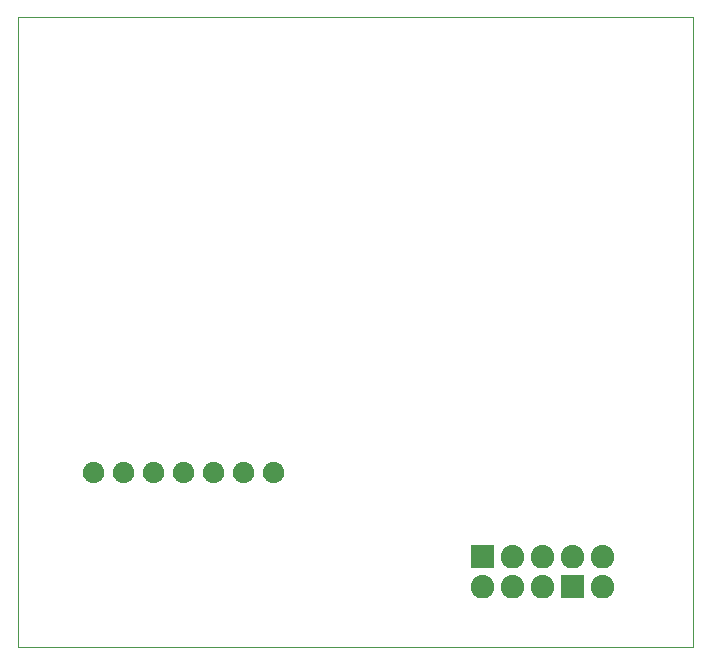
<source format=gbs>
G75*
G71*
%OFA0B0*%
%FSLAX23Y23*%
%IPPOS*%
%LPD*%
%ADD10C,0.1*%
%LPD*%D10*
X0Y0D02*
X0Y100D01*
X0Y200D01*
X0Y300D01*
X0Y400D01*
X0Y499D01*
X0Y599D01*
X0Y699D01*
X0Y799D01*
X0Y899D01*
X0Y999D01*
X0Y1099D01*
X0Y1199D01*
X0Y1299D01*
X0Y1398D01*
X0Y1498D01*
X0Y1598D01*
X0Y1698D01*
X0Y1798D01*
X0Y1898D01*
X0Y1998D01*
X0Y2098D01*
X0Y2198D01*
X0Y2297D01*
X0Y2397D01*
X0Y2497D01*
X0Y2597D01*
X0Y2697D01*
X0Y2797D01*
X0Y2897D01*
X0Y2997D01*
X0Y3097D01*
X0Y3196D01*
X0Y3296D01*
X0Y3396D01*
X0Y3496D01*
X0Y3596D01*
X0Y3696D01*
X0Y3796D01*
X0Y3896D01*
X0Y3995D01*
X0Y4095D01*
X0Y4195D01*
X0Y4295D01*
X0Y4395D01*
X0Y4495D01*
X0Y4595D01*
X0Y4695D01*
X0Y4795D01*
X0Y4894D01*
X0Y4994D01*
X0Y5094D01*
X0Y5194D01*
X0Y5294D01*
X0Y5394D01*
X0Y5494D01*
X0Y5594D01*
X0Y5694D01*
X0Y5793D01*
X0Y5893D01*
X0Y5993D01*
X0Y6093D01*
X0Y6193D01*
X0Y6293D01*
X0Y6393D01*
X0Y6493D01*
X0Y6593D01*
X0Y6692D01*
X0Y6792D01*
X0Y6892D01*
X0Y6992D01*
X0Y7092D01*
X0Y7192D01*
X0Y7292D01*
X0Y7392D01*
X0Y7492D01*
X0Y7591D01*
X0Y7691D01*
X0Y7791D01*
X0Y7891D01*
X0Y7991D01*
X0Y8091D01*
X0Y8191D01*
X0Y8291D01*
X0Y8391D01*
X0Y8490D01*
X0Y8590D01*
X0Y8690D01*
X0Y8790D01*
X0Y8890D01*
X0Y8990D01*
X0Y9090D01*
X0Y9190D01*
X0Y9290D01*
X0Y9389D01*
X0Y9489D01*
X0Y9589D01*
X0Y9689D01*
X0Y9789D01*
X0Y9889D01*
X0Y9989D01*
X0Y10089D01*
X0Y10188D01*
X0Y10288D01*
X0Y10388D01*
X0Y10488D01*
X0Y10588D01*
X0Y10688D01*
X0Y10788D01*
X0Y10888D01*
X0Y10988D01*
X0Y11087D01*
X0Y11187D01*
X0Y11287D01*
X0Y11387D01*
X0Y11487D01*
X0Y11587D01*
X0Y11687D01*
X0Y11787D01*
X0Y11887D01*
X0Y11986D01*
X0Y12086D01*
X0Y12186D01*
X0Y12286D01*
X0Y12386D01*
X0Y12486D01*
X0Y12586D01*
X0Y12686D01*
X0Y12786D01*
X0Y12885D01*
X0Y12985D01*
X0Y13085D01*
X0Y13185D01*
X0Y13285D01*
X0Y13385D01*
X0Y13485D01*
X0Y13585D01*
X0Y13685D01*
X0Y13784D01*
X0Y13884D01*
X0Y13984D01*
X0Y14084D01*
X0Y14184D01*
X0Y14284D01*
X0Y14384D01*
X0Y14484D01*
X0Y14584D01*
X0Y14683D01*
X0Y14783D01*
X0Y14883D01*
X0Y14983D01*
X0Y15083D01*
X0Y15183D01*
X0Y15283D01*
X0Y15383D01*
X0Y15483D01*
X0Y15582D01*
X0Y15682D01*
X0Y15782D01*
X0Y15882D01*
X0Y15982D01*
X0Y16082D01*
X0Y16182D01*
X0Y16282D01*
X0Y16381D01*
X0Y16481D01*
X0Y16581D01*
X0Y16681D01*
X0Y16781D01*
X0Y16881D01*
X0Y16981D01*
X0Y17081D01*
X0Y17181D01*
X0Y17280D01*
X0Y17380D01*
X0Y17480D01*
X0Y17580D01*
X0Y17680D01*
X0Y17780D01*
X0Y17880D01*
X0Y17980D01*
X0Y18080D01*
X0Y18179D01*
X0Y18279D01*
X0Y18379D01*
X0Y18479D01*
X0Y18579D01*
X0Y18679D01*
X0Y18779D01*
X0Y18879D01*
X0Y18979D01*
X0Y19078D01*
X0Y19178D01*
X0Y19278D01*
X0Y19378D01*
X0Y19478D01*
X0Y19578D01*
X0Y19678D01*
X0Y19778D01*
X0Y19878D01*
X0Y19977D01*
X0Y20077D01*
X0Y20177D01*
X0Y20277D01*
X0Y20377D01*
X0Y20477D01*
X0Y20577D01*
X0Y20677D01*
X0Y20777D01*
X0Y20876D01*
X0Y20976D01*
X0Y21076D01*
X0Y21176D01*
X0Y21276D01*
X0Y21376D01*
X0Y21476D01*
X0Y21576D01*
X0Y21676D01*
X0Y21775D01*
X0Y21875D01*
X0Y21975D01*
X0Y22075D01*
X0Y22175D01*
X0Y22275D01*
X0Y22375D01*
X0Y22475D01*
X0Y22575D01*
X0Y22674D01*
X0Y22774D01*
X0Y22874D01*
X0Y22974D01*
X0Y23074D01*
X0Y23174D01*
X0Y23274D01*
X0Y23374D01*
X0Y23473D01*
X0Y23573D01*
X0Y23673D01*
X0Y23773D01*
X0Y23873D01*
X0Y23973D01*
X0Y24073D01*
X0Y24173D01*
X0Y24273D01*
X0Y24372D01*
X0Y24472D01*
X0Y24572D01*
X0Y24672D01*
X0Y24772D01*
X0Y24872D01*
X0Y24972D01*
X0Y25072D01*
X0Y25172D01*
X0Y25271D01*
X0Y25371D01*
X0Y25471D01*
X0Y25571D01*
X0Y25671D01*
X0Y25771D01*
X0Y25871D01*
X0Y25971D01*
X0Y26071D01*
X0Y26170D01*
X0Y26270D01*
X0Y26370D01*
X0Y26470D01*
X0Y26570D01*
X0Y26670D01*
X0Y26770D01*
X0Y26870D01*
X0Y26970D01*
X0Y27069D01*
X0Y27169D01*
X0Y27269D01*
X0Y27369D01*
X0Y27469D01*
X0Y27569D01*
X0Y27669D01*
X0Y27769D01*
X0Y27869D01*
X0Y27968D01*
X0Y28068D01*
X0Y28168D01*
X0Y28268D01*
X0Y28368D01*
X0Y28468D01*
X0Y28568D01*
X0Y28668D01*
X0Y28768D01*
X0Y28867D01*
X0Y28967D01*
X0Y29067D01*
X0Y29167D01*
X0Y29267D01*
X0Y29367D01*
X0Y29467D01*
X0Y29567D01*
X0Y29667D01*
X0Y29766D01*
X0Y29866D01*
X0Y29966D01*
X0Y30066D01*
X0Y30166D01*
X0Y30266D01*
X0Y30366D01*
X0Y30466D01*
X0Y30565D01*
X0Y30665D01*
X0Y30765D01*
X0Y30865D01*
X0Y30965D01*
X0Y31065D01*
X0Y31165D01*
X0Y31265D01*
X0Y31365D01*
X0Y31464D01*
X0Y31564D01*
X0Y31664D01*
X0Y31764D01*
X0Y31864D01*
X0Y31964D01*
X0Y32064D01*
X0Y32164D01*
X0Y32264D01*
X0Y32363D01*
X0Y32463D01*
X0Y32563D01*
X0Y32663D01*
X0Y32763D01*
X0Y32863D01*
X0Y32963D01*
X0Y33063D01*
X0Y33163D01*
X0Y33262D01*
X0Y33362D01*
X0Y33462D01*
X0Y33562D01*
X0Y33662D01*
X0Y33762D01*
X0Y33862D01*
X0Y33962D01*
X0Y34062D01*
X0Y34161D01*
X0Y34261D01*
X0Y34361D01*
X0Y34461D01*
X0Y34561D01*
X0Y34661D01*
X0Y34761D01*
X0Y34861D01*
X0Y34961D01*
X0Y35060D01*
X0Y35160D01*
X0Y35260D01*
X0Y35360D01*
X0Y35460D01*
X0Y35560D01*
X0Y35660D01*
X0Y35760D01*
X0Y35860D01*
X0Y35959D01*
X0Y36059D01*
X0Y36159D01*
X0Y36259D01*
X0Y36359D01*
X0Y36459D01*
X0Y36559D01*
X0Y36659D01*
X0Y36759D01*
X0Y36858D01*
X0Y36958D01*
X0Y37058D01*
X0Y37158D01*
X0Y37258D01*
X0Y37358D01*
X0Y37458D01*
X0Y37558D01*
X0Y37658D01*
X0Y37757D01*
X0Y37857D01*
X0Y37957D01*
X0Y38057D01*
X0Y38157D01*
X0Y38257D01*
X0Y38357D01*
X0Y38457D01*
X0Y38556D01*
X0Y38656D01*
X0Y38756D01*
X0Y38856D01*
X0Y38956D01*
X0Y39056D01*
X0Y39156D01*
X0Y39256D01*
X0Y39356D01*
X0Y39455D01*
X0Y39555D01*
X0Y39655D01*
X0Y39755D01*
X0Y39855D01*
X0Y39955D01*
X0Y40055D01*
X0Y40155D01*
X0Y40255D01*
X0Y40354D01*
X0Y40454D01*
X0Y40554D01*
X0Y40654D01*
X0Y40754D01*
X0Y40854D01*
X0Y40954D01*
X0Y41054D01*
X0Y41154D01*
X0Y41253D01*
X0Y41353D01*
X0Y41453D01*
X0Y41553D01*
X0Y41653D01*
X0Y41753D01*
X0Y41853D01*
X0Y41953D01*
X0Y42053D01*
X0Y42152D01*
X0Y42252D01*
X0Y42352D01*
X0Y42452D01*
X0Y42552D01*
X0Y42652D01*
X0Y42752D01*
X0Y42852D01*
X0Y42952D01*
X0Y43051D01*
X0Y43151D01*
X0Y43251D01*
X0Y43351D01*
X0Y43451D01*
X0Y43551D01*
X0Y43651D01*
X0Y43751D01*
X0Y43851D01*
X0Y43950D01*
X0Y44050D01*
X0Y44150D01*
X0Y44250D01*
X0Y44350D01*
X0Y44450D01*
X0Y44550D01*
X0Y44650D01*
X0Y44750D01*
X0Y44849D01*
X0Y44949D01*
X0Y45049D01*
X0Y45149D01*
X0Y45249D01*
X0Y45349D01*
X0Y45449D01*
X0Y45549D01*
X0Y45649D01*
X0Y45748D01*
X0Y45848D01*
X0Y45948D01*
X0Y46048D01*
X0Y46148D01*
X0Y46248D01*
X0Y46348D01*
X0Y46448D01*
X0Y46548D01*
X0Y46647D01*
X0Y46747D01*
X0Y46847D01*
X0Y46947D01*
X0Y47047D01*
X0Y47147D01*
X0Y47247D01*
X0Y47347D01*
X0Y47447D01*
X0Y47546D01*
X0Y47646D01*
X0Y47746D01*
X0Y47846D01*
X0Y47946D01*
X0Y48046D01*
X0Y48146D01*
X0Y48246D01*
X0Y48346D01*
X0Y48445D01*
X0Y48545D01*
X0Y48645D01*
X0Y48745D01*
X0Y48845D01*
X0Y48945D01*
X0Y49045D01*
X0Y49145D01*
X0Y49244D01*
X0Y49344D01*
X0Y49444D01*
X0Y49544D01*
X0Y49644D01*
X0Y49744D01*
X0Y49844D01*
X0Y49944D01*
X0Y50044D01*
X0Y50143D01*
X0Y50243D01*
X0Y50343D01*
X0Y50443D01*
X0Y50543D01*
X0Y50643D01*
X0Y50743D01*
X0Y50843D01*
X0Y50943D01*
X0Y51043D01*
X0Y51142D01*
X0Y51242D01*
X0Y51342D01*
X0Y51442D01*
X0Y51542D01*
X0Y51642D01*
X0Y51742D01*
X0Y51842D01*
X0Y51942D01*
X0Y52041D01*
X0Y52141D01*
X0Y52241D01*
X0Y52341D01*
X0Y52441D01*
X0Y52541D01*
X0Y52641D01*
X0Y52741D01*
X0Y52841D01*
X0Y52940D01*
X0Y53040D01*
X0Y53140D01*
X0Y53240D01*
X0Y53340D01*
X100Y53340D01*
X200Y53340D01*
X300Y53340D01*
X400Y53340D01*
X500Y53340D01*
X599Y53340D01*
X699Y53340D01*
X799Y53340D01*
X899Y53340D01*
X999Y53340D01*
X1099Y53340D01*
X1199Y53340D01*
X1299Y53340D01*
X1399Y53340D01*
X1499Y53340D01*
X1599Y53340D01*
X1699Y53340D01*
X1798Y53340D01*
X1898Y53340D01*
X1998Y53340D01*
X2098Y53340D01*
X2198Y53340D01*
X2298Y53340D01*
X2398Y53340D01*
X2498Y53340D01*
X2598Y53340D01*
X2698Y53340D01*
X2798Y53340D01*
X2897Y53340D01*
X2997Y53340D01*
X3097Y53340D01*
X3197Y53340D01*
X3297Y53340D01*
X3397Y53340D01*
X3497Y53340D01*
X3597Y53340D01*
X3697Y53340D01*
X3797Y53340D01*
X3897Y53340D01*
X3996Y53340D01*
X4096Y53340D01*
X4196Y53340D01*
X4296Y53340D01*
X4396Y53340D01*
X4496Y53340D01*
X4596Y53340D01*
X4696Y53340D01*
X4796Y53340D01*
X4896Y53340D01*
X4996Y53340D01*
X5096Y53340D01*
X5195Y53340D01*
X5295Y53340D01*
X5395Y53340D01*
X5495Y53340D01*
X5595Y53340D01*
X5695Y53340D01*
X5795Y53340D01*
X5895Y53340D01*
X5995Y53340D01*
X6095Y53340D01*
X6195Y53340D01*
X6294Y53340D01*
X6394Y53340D01*
X6494Y53340D01*
X6594Y53340D01*
X6694Y53340D01*
X6794Y53340D01*
X6894Y53340D01*
X6994Y53340D01*
X7094Y53340D01*
X7194Y53340D01*
X7294Y53340D01*
X7393Y53340D01*
X7493Y53340D01*
X7593Y53340D01*
X7693Y53340D01*
X7793Y53340D01*
X7893Y53340D01*
X7993Y53340D01*
X8093Y53340D01*
X8193Y53340D01*
X8293Y53340D01*
X8393Y53340D01*
X8493Y53340D01*
X8592Y53340D01*
X8692Y53340D01*
X8792Y53340D01*
X8892Y53340D01*
X8992Y53340D01*
X9092Y53340D01*
X9192Y53340D01*
X9292Y53340D01*
X9392Y53340D01*
X9492Y53340D01*
X9592Y53340D01*
X9691Y53340D01*
X9791Y53340D01*
X9891Y53340D01*
X9991Y53340D01*
X10091Y53340D01*
X10191Y53340D01*
X10291Y53340D01*
X10391Y53340D01*
X10491Y53340D01*
X10591Y53340D01*
X10691Y53340D01*
X10791Y53340D01*
X10890Y53340D01*
X10990Y53340D01*
X11090Y53340D01*
X11190Y53340D01*
X11290Y53340D01*
X11390Y53340D01*
X11490Y53340D01*
X11590Y53340D01*
X11690Y53340D01*
X11790Y53340D01*
X11890Y53340D01*
X11989Y53340D01*
X12089Y53340D01*
X12189Y53340D01*
X12289Y53340D01*
X12389Y53340D01*
X12489Y53340D01*
X12589Y53340D01*
X12689Y53340D01*
X12789Y53340D01*
X12889Y53340D01*
X12989Y53340D01*
X13088Y53340D01*
X13188Y53340D01*
X13288Y53340D01*
X13388Y53340D01*
X13488Y53340D01*
X13588Y53340D01*
X13688Y53340D01*
X13788Y53340D01*
X13888Y53340D01*
X13988Y53340D01*
X14088Y53340D01*
X14188Y53340D01*
X14287Y53340D01*
X14387Y53340D01*
X14487Y53340D01*
X14587Y53340D01*
X14687Y53340D01*
X14787Y53340D01*
X14887Y53340D01*
X14987Y53340D01*
X15087Y53340D01*
X15187Y53340D01*
X15287Y53340D01*
X15386Y53340D01*
X15486Y53340D01*
X15586Y53340D01*
X15686Y53340D01*
X15786Y53340D01*
X15886Y53340D01*
X15986Y53340D01*
X16086Y53340D01*
X16186Y53340D01*
X16286Y53340D01*
X16386Y53340D01*
X16485Y53340D01*
X16585Y53340D01*
X16685Y53340D01*
X16785Y53340D01*
X16885Y53340D01*
X16985Y53340D01*
X17085Y53340D01*
X17185Y53340D01*
X17285Y53340D01*
X17385Y53340D01*
X17485Y53340D01*
X17585Y53340D01*
X17684Y53340D01*
X17784Y53340D01*
X17884Y53340D01*
X17984Y53340D01*
X18084Y53340D01*
X18184Y53340D01*
X18284Y53340D01*
X18384Y53340D01*
X18484Y53340D01*
X18584Y53340D01*
X18684Y53340D01*
X18783Y53340D01*
X18883Y53340D01*
X18983Y53340D01*
X19083Y53340D01*
X19183Y53340D01*
X19283Y53340D01*
X19383Y53340D01*
X19483Y53340D01*
X19583Y53340D01*
X19683Y53340D01*
X19783Y53340D01*
X19883Y53340D01*
X19982Y53340D01*
X20082Y53340D01*
X20182Y53340D01*
X20282Y53340D01*
X20382Y53340D01*
X20482Y53340D01*
X20582Y53340D01*
X20682Y53340D01*
X20782Y53340D01*
X20882Y53340D01*
X20982Y53340D01*
X21081Y53340D01*
X21181Y53340D01*
X21281Y53340D01*
X21381Y53340D01*
X21481Y53340D01*
X21581Y53340D01*
X21681Y53340D01*
X21781Y53340D01*
X21881Y53340D01*
X21981Y53340D01*
X22081Y53340D01*
X22180Y53340D01*
X22280Y53340D01*
X22380Y53340D01*
X22480Y53340D01*
X22580Y53340D01*
X22680Y53340D01*
X22780Y53340D01*
X22880Y53340D01*
X22980Y53340D01*
X23080Y53340D01*
X23180Y53340D01*
X23280Y53340D01*
X23379Y53340D01*
X23479Y53340D01*
X23579Y53340D01*
X23679Y53340D01*
X23779Y53340D01*
X23879Y53340D01*
X23979Y53340D01*
X24079Y53340D01*
X24179Y53340D01*
X24279Y53340D01*
X24379Y53340D01*
X24478Y53340D01*
X24578Y53340D01*
X24678Y53340D01*
X24778Y53340D01*
X24878Y53340D01*
X24978Y53340D01*
X25078Y53340D01*
X25178Y53340D01*
X25278Y53340D01*
X25378Y53340D01*
X25478Y53340D01*
X25578Y53340D01*
X25677Y53340D01*
X25777Y53340D01*
X25877Y53340D01*
X25977Y53340D01*
X26077Y53340D01*
X26177Y53340D01*
X26277Y53340D01*
X26377Y53340D01*
X26477Y53340D01*
X26577Y53340D01*
X26677Y53340D01*
X26776Y53340D01*
X26876Y53340D01*
X26976Y53340D01*
X27076Y53340D01*
X27176Y53340D01*
X27276Y53340D01*
X27376Y53340D01*
X27476Y53340D01*
X27576Y53340D01*
X27676Y53340D01*
X27776Y53340D01*
X27875Y53340D01*
X27975Y53340D01*
X28075Y53340D01*
X28175Y53340D01*
X28275Y53340D01*
X28375Y53340D01*
X28475Y53340D01*
X28575Y53340D01*
X28675Y53340D01*
X28775Y53340D01*
X28875Y53340D01*
X28975Y53340D01*
X29074Y53340D01*
X29174Y53340D01*
X29274Y53340D01*
X29374Y53340D01*
X29474Y53340D01*
X29574Y53340D01*
X29674Y53340D01*
X29774Y53340D01*
X29874Y53340D01*
X29974Y53340D01*
X30074Y53340D01*
X30173Y53340D01*
X30273Y53340D01*
X30373Y53340D01*
X30473Y53340D01*
X30573Y53340D01*
X30673Y53340D01*
X30773Y53340D01*
X30873Y53340D01*
X30973Y53340D01*
X31073Y53340D01*
X31173Y53340D01*
X31273Y53340D01*
X31372Y53340D01*
X31472Y53340D01*
X31572Y53340D01*
X31672Y53340D01*
X31772Y53340D01*
X31872Y53340D01*
X31972Y53340D01*
X32072Y53340D01*
X32172Y53340D01*
X32272Y53340D01*
X32372Y53340D01*
X32471Y53340D01*
X32571Y53340D01*
X32671Y53340D01*
X32771Y53340D01*
X32871Y53340D01*
X32971Y53340D01*
X33071Y53340D01*
X33171Y53340D01*
X33271Y53340D01*
X33371Y53340D01*
X33471Y53340D01*
X33571Y53340D01*
X33670Y53340D01*
X33770Y53340D01*
X33870Y53340D01*
X33970Y53340D01*
X34070Y53340D01*
X34170Y53340D01*
X34270Y53340D01*
X34370Y53340D01*
X34470Y53340D01*
X34570Y53340D01*
X34670Y53340D01*
X34769Y53340D01*
X34869Y53340D01*
X34969Y53340D01*
X35069Y53340D01*
X35169Y53340D01*
X35269Y53340D01*
X35369Y53340D01*
X35469Y53340D01*
X35569Y53340D01*
X35669Y53340D01*
X35769Y53340D01*
X35868Y53340D01*
X35968Y53340D01*
X36068Y53340D01*
X36168Y53340D01*
X36268Y53340D01*
X36368Y53340D01*
X36468Y53340D01*
X36568Y53340D01*
X36668Y53340D01*
X36768Y53340D01*
X36868Y53340D01*
X36968Y53340D01*
X37067Y53340D01*
X37167Y53340D01*
X37267Y53340D01*
X37367Y53340D01*
X37467Y53340D01*
X37567Y53340D01*
X37667Y53340D01*
X37767Y53340D01*
X37867Y53340D01*
X37967Y53340D01*
X38067Y53340D01*
X38166Y53340D01*
X38266Y53340D01*
X38366Y53340D01*
X38466Y53340D01*
X38566Y53340D01*
X38666Y53340D01*
X38766Y53340D01*
X38866Y53340D01*
X38966Y53340D01*
X39066Y53340D01*
X39166Y53340D01*
X39265Y53340D01*
X39365Y53340D01*
X39465Y53340D01*
X39565Y53340D01*
X39665Y53340D01*
X39765Y53340D01*
X39865Y53340D01*
X39965Y53340D01*
X40065Y53340D01*
X40165Y53340D01*
X40265Y53340D01*
X40365Y53340D01*
X40464Y53340D01*
X40564Y53340D01*
X40664Y53340D01*
X40764Y53340D01*
X40864Y53340D01*
X40964Y53340D01*
X41064Y53340D01*
X41164Y53340D01*
X41264Y53340D01*
X41364Y53340D01*
X41464Y53340D01*
X41563Y53340D01*
X41663Y53340D01*
X41763Y53340D01*
X41863Y53340D01*
X41963Y53340D01*
X42063Y53340D01*
X42163Y53340D01*
X42263Y53340D01*
X42363Y53340D01*
X42463Y53340D01*
X42563Y53340D01*
X42663Y53340D01*
X42762Y53340D01*
X42862Y53340D01*
X42962Y53340D01*
X43062Y53340D01*
X43162Y53340D01*
X43262Y53340D01*
X43362Y53340D01*
X43462Y53340D01*
X43562Y53340D01*
X43662Y53340D01*
X43762Y53340D01*
X43861Y53340D01*
X43961Y53340D01*
X44061Y53340D01*
X44161Y53340D01*
X44261Y53340D01*
X44361Y53340D01*
X44461Y53340D01*
X44561Y53340D01*
X44661Y53340D01*
X44761Y53340D01*
X44861Y53340D01*
X44961Y53340D01*
X45060Y53340D01*
X45160Y53340D01*
X45260Y53340D01*
X45360Y53340D01*
X45460Y53340D01*
X45560Y53340D01*
X45660Y53340D01*
X45760Y53340D01*
X45860Y53340D01*
X45960Y53340D01*
X46060Y53340D01*
X46159Y53340D01*
X46259Y53340D01*
X46359Y53340D01*
X46459Y53340D01*
X46559Y53340D01*
X46659Y53340D01*
X46759Y53340D01*
X46859Y53340D01*
X46959Y53340D01*
X47059Y53340D01*
X47159Y53340D01*
X47259Y53340D01*
X47358Y53340D01*
X47458Y53340D01*
X47558Y53340D01*
X47658Y53340D01*
X47758Y53340D01*
X47858Y53340D01*
X47958Y53340D01*
X48058Y53340D01*
X48158Y53340D01*
X48258Y53340D01*
X48358Y53340D01*
X48457Y53340D01*
X48557Y53340D01*
X48657Y53340D01*
X48757Y53340D01*
X48857Y53340D01*
X48957Y53340D01*
X49057Y53340D01*
X49157Y53340D01*
X49257Y53340D01*
X49357Y53340D01*
X49457Y53340D01*
X49557Y53340D01*
X49656Y53340D01*
X49756Y53340D01*
X49856Y53340D01*
X49956Y53340D01*
X50056Y53340D01*
X50156Y53340D01*
X50256Y53340D01*
X50356Y53340D01*
X50456Y53340D01*
X50556Y53340D01*
X50656Y53340D01*
X50755Y53340D01*
X50855Y53340D01*
X50955Y53340D01*
X51055Y53340D01*
X51155Y53340D01*
X51255Y53340D01*
X51355Y53340D01*
X51455Y53340D01*
X51555Y53340D01*
X51655Y53340D01*
X51755Y53340D01*
X51855Y53340D01*
X51954Y53340D01*
X52054Y53340D01*
X52154Y53340D01*
X52254Y53340D01*
X52354Y53340D01*
X52454Y53340D01*
X52554Y53340D01*
X52654Y53340D01*
X52754Y53340D01*
X52854Y53340D01*
X52954Y53340D01*
X53053Y53340D01*
X53153Y53340D01*
X53253Y53340D01*
X53353Y53340D01*
X53453Y53340D01*
X53553Y53340D01*
X53653Y53340D01*
X53753Y53340D01*
X53853Y53340D01*
X53953Y53340D01*
X54053Y53340D01*
X54153Y53340D01*
X54252Y53340D01*
X54352Y53340D01*
X54452Y53340D01*
X54552Y53340D01*
X54652Y53340D01*
X54752Y53340D01*
X54852Y53340D01*
X54952Y53340D01*
X55052Y53340D01*
X55152Y53340D01*
X55252Y53340D01*
X55351Y53340D01*
X55451Y53340D01*
X55551Y53340D01*
X55651Y53340D01*
X55751Y53340D01*
X55851Y53340D01*
X55951Y53340D01*
X56051Y53340D01*
X56151Y53340D01*
X56251Y53340D01*
X56351Y53340D01*
X56451Y53340D01*
X56550Y53340D01*
X56650Y53340D01*
X56750Y53340D01*
X56850Y53340D01*
X56950Y53340D01*
X57050Y53340D01*
X57150Y53340D01*
X57150Y53240D01*
X57150Y53140D01*
X57150Y53040D01*
X57150Y52940D01*
X57150Y52841D01*
X57150Y52741D01*
X57150Y52641D01*
X57150Y52541D01*
X57150Y52441D01*
X57150Y52341D01*
X57150Y52241D01*
X57150Y52141D01*
X57150Y52041D01*
X57150Y51942D01*
X57150Y51842D01*
X57150Y51742D01*
X57150Y51642D01*
X57150Y51542D01*
X57150Y51442D01*
X57150Y51342D01*
X57150Y51242D01*
X57150Y51142D01*
X57150Y51043D01*
X57150Y50943D01*
X57150Y50843D01*
X57150Y50743D01*
X57150Y50643D01*
X57150Y50543D01*
X57150Y50443D01*
X57150Y50343D01*
X57150Y50243D01*
X57150Y50144D01*
X57150Y50044D01*
X57150Y49944D01*
X57150Y49844D01*
X57150Y49744D01*
X57150Y49644D01*
X57150Y49544D01*
X57150Y49444D01*
X57150Y49345D01*
X57150Y49245D01*
X57150Y49145D01*
X57150Y49045D01*
X57150Y48945D01*
X57150Y48845D01*
X57150Y48745D01*
X57150Y48645D01*
X57150Y48545D01*
X57150Y48446D01*
X57150Y48346D01*
X57150Y48246D01*
X57150Y48146D01*
X57150Y48046D01*
X57150Y47946D01*
X57150Y47846D01*
X57150Y47746D01*
X57150Y47646D01*
X57150Y47547D01*
X57150Y47447D01*
X57150Y47347D01*
X57150Y47247D01*
X57150Y47147D01*
X57150Y47047D01*
X57150Y46947D01*
X57150Y46847D01*
X57150Y46747D01*
X57150Y46648D01*
X57150Y46548D01*
X57150Y46448D01*
X57150Y46348D01*
X57150Y46248D01*
X57150Y46148D01*
X57150Y46048D01*
X57150Y45948D01*
X57150Y45848D01*
X57150Y45749D01*
X57150Y45649D01*
X57150Y45549D01*
X57150Y45449D01*
X57150Y45349D01*
X57150Y45249D01*
X57150Y45149D01*
X57150Y45049D01*
X57150Y44949D01*
X57150Y44850D01*
X57150Y44750D01*
X57150Y44650D01*
X57150Y44550D01*
X57150Y44450D01*
X57150Y44350D01*
X57150Y44250D01*
X57150Y44150D01*
X57150Y44050D01*
X57150Y43951D01*
X57150Y43851D01*
X57150Y43751D01*
X57150Y43651D01*
X57150Y43551D01*
X57150Y43451D01*
X57150Y43351D01*
X57150Y43251D01*
X57150Y43152D01*
X57150Y43052D01*
X57150Y42952D01*
X57150Y42852D01*
X57150Y42752D01*
X57150Y42652D01*
X57150Y42552D01*
X57150Y42452D01*
X57150Y42352D01*
X57150Y42253D01*
X57150Y42153D01*
X57150Y42053D01*
X57150Y41953D01*
X57150Y41853D01*
X57150Y41753D01*
X57150Y41653D01*
X57150Y41553D01*
X57150Y41453D01*
X57150Y41354D01*
X57150Y41254D01*
X57150Y41154D01*
X57150Y41054D01*
X57150Y40954D01*
X57150Y40854D01*
X57150Y40754D01*
X57150Y40654D01*
X57150Y40554D01*
X57150Y40455D01*
X57150Y40355D01*
X57150Y40255D01*
X57150Y40155D01*
X57150Y40055D01*
X57150Y39955D01*
X57150Y39855D01*
X57150Y39755D01*
X57150Y39655D01*
X57150Y39556D01*
X57150Y39456D01*
X57150Y39356D01*
X57150Y39256D01*
X57150Y39156D01*
X57150Y39056D01*
X57150Y38956D01*
X57150Y38856D01*
X57150Y38756D01*
X57150Y38657D01*
X57150Y38557D01*
X57150Y38457D01*
X57150Y38357D01*
X57150Y38257D01*
X57150Y38157D01*
X57150Y38057D01*
X57150Y37957D01*
X57150Y37857D01*
X57150Y37758D01*
X57150Y37658D01*
X57150Y37558D01*
X57150Y37458D01*
X57150Y37358D01*
X57150Y37258D01*
X57150Y37158D01*
X57150Y37058D01*
X57150Y36959D01*
X57150Y36859D01*
X57150Y36759D01*
X57150Y36659D01*
X57150Y36559D01*
X57150Y36459D01*
X57150Y36359D01*
X57150Y36259D01*
X57150Y36159D01*
X57150Y36060D01*
X57150Y35960D01*
X57150Y35860D01*
X57150Y35760D01*
X57150Y35660D01*
X57150Y35560D01*
X57150Y35460D01*
X57150Y35360D01*
X57150Y35260D01*
X57150Y35161D01*
X57150Y35061D01*
X57150Y34961D01*
X57150Y34861D01*
X57150Y34761D01*
X57150Y34661D01*
X57150Y34561D01*
X57150Y34461D01*
X57150Y34361D01*
X57150Y34262D01*
X57150Y34162D01*
X57150Y34062D01*
X57150Y33962D01*
X57150Y33862D01*
X57150Y33762D01*
X57150Y33662D01*
X57150Y33562D01*
X57150Y33462D01*
X57150Y33363D01*
X57150Y33263D01*
X57150Y33163D01*
X57150Y33063D01*
X57150Y32963D01*
X57150Y32863D01*
X57150Y32763D01*
X57150Y32663D01*
X57150Y32563D01*
X57150Y32464D01*
X57150Y32364D01*
X57150Y32264D01*
X57150Y32164D01*
X57150Y32064D01*
X57150Y31964D01*
X57150Y31864D01*
X57150Y31764D01*
X57150Y31664D01*
X57150Y31565D01*
X57150Y31465D01*
X57150Y31365D01*
X57150Y31265D01*
X57150Y31165D01*
X57150Y31065D01*
X57150Y30965D01*
X57150Y30865D01*
X57150Y30765D01*
X57150Y30666D01*
X57150Y30566D01*
X57150Y30466D01*
X57150Y30366D01*
X57150Y30266D01*
X57150Y30166D01*
X57150Y30066D01*
X57150Y29966D01*
X57150Y29867D01*
X57150Y29767D01*
X57150Y29667D01*
X57150Y29567D01*
X57150Y29467D01*
X57150Y29367D01*
X57150Y29267D01*
X57150Y29167D01*
X57150Y29067D01*
X57150Y28968D01*
X57150Y28868D01*
X57150Y28768D01*
X57150Y28668D01*
X57150Y28568D01*
X57150Y28468D01*
X57150Y28368D01*
X57150Y28268D01*
X57150Y28168D01*
X57150Y28069D01*
X57150Y27969D01*
X57150Y27869D01*
X57150Y27769D01*
X57150Y27669D01*
X57150Y27569D01*
X57150Y27469D01*
X57150Y27369D01*
X57150Y27269D01*
X57150Y27170D01*
X57150Y27070D01*
X57150Y26970D01*
X57150Y26870D01*
X57150Y26770D01*
X57150Y26670D01*
X57150Y26570D01*
X57150Y26470D01*
X57150Y26370D01*
X57150Y26271D01*
X57150Y26171D01*
X57150Y26071D01*
X57150Y25971D01*
X57150Y25871D01*
X57150Y25771D01*
X57150Y25671D01*
X57150Y25571D01*
X57150Y25471D01*
X57150Y25372D01*
X57150Y25272D01*
X57150Y25172D01*
X57150Y25072D01*
X57150Y24972D01*
X57150Y24872D01*
X57150Y24772D01*
X57150Y24672D01*
X57150Y24572D01*
X57150Y24473D01*
X57150Y24373D01*
X57150Y24273D01*
X57150Y24173D01*
X57150Y24073D01*
X57150Y23973D01*
X57150Y23873D01*
X57150Y23773D01*
X57150Y23673D01*
X57150Y23574D01*
X57150Y23474D01*
X57150Y23374D01*
X57150Y23274D01*
X57150Y23174D01*
X57150Y23074D01*
X57150Y22974D01*
X57150Y22874D01*
X57150Y22775D01*
X57150Y22675D01*
X57150Y22575D01*
X57150Y22475D01*
X57150Y22375D01*
X57150Y22275D01*
X57150Y22175D01*
X57150Y22075D01*
X57150Y21975D01*
X57150Y21876D01*
X57150Y21776D01*
X57150Y21676D01*
X57150Y21576D01*
X57150Y21476D01*
X57150Y21376D01*
X57150Y21276D01*
X57150Y21176D01*
X57150Y21076D01*
X57150Y20977D01*
X57150Y20877D01*
X57150Y20777D01*
X57150Y20677D01*
X57150Y20577D01*
X57150Y20477D01*
X57150Y20377D01*
X57150Y20277D01*
X57150Y20177D01*
X57150Y20078D01*
X57150Y19978D01*
X57150Y19878D01*
X57150Y19778D01*
X57150Y19678D01*
X57150Y19578D01*
X57150Y19478D01*
X57150Y19378D01*
X57150Y19278D01*
X57150Y19179D01*
X57150Y19079D01*
X57150Y18979D01*
X57150Y18879D01*
X57150Y18779D01*
X57150Y18679D01*
X57150Y18579D01*
X57150Y18479D01*
X57150Y18379D01*
X57150Y18280D01*
X57150Y18180D01*
X57150Y18080D01*
X57150Y17980D01*
X57150Y17880D01*
X57150Y17780D01*
X57150Y17680D01*
X57150Y17580D01*
X57150Y17480D01*
X57150Y17381D01*
X57150Y17281D01*
X57150Y17181D01*
X57150Y17081D01*
X57150Y16981D01*
X57150Y16881D01*
X57150Y16781D01*
X57150Y16681D01*
X57150Y16581D01*
X57150Y16482D01*
X57150Y16382D01*
X57150Y16282D01*
X57150Y16182D01*
X57150Y16082D01*
X57150Y15982D01*
X57150Y15882D01*
X57150Y15782D01*
X57150Y15682D01*
X57150Y15583D01*
X57150Y15483D01*
X57150Y15383D01*
X57150Y15283D01*
X57150Y15183D01*
X57150Y15083D01*
X57150Y14983D01*
X57150Y14883D01*
X57150Y14784D01*
X57150Y14684D01*
X57150Y14584D01*
X57150Y14484D01*
X57150Y14384D01*
X57150Y14284D01*
X57150Y14184D01*
X57150Y14084D01*
X57150Y13984D01*
X57150Y13885D01*
X57150Y13785D01*
X57150Y13685D01*
X57150Y13585D01*
X57150Y13485D01*
X57150Y13385D01*
X57150Y13285D01*
X57150Y13185D01*
X57150Y13085D01*
X57150Y12986D01*
X57150Y12886D01*
X57150Y12786D01*
X57150Y12686D01*
X57150Y12586D01*
X57150Y12486D01*
X57150Y12386D01*
X57150Y12286D01*
X57150Y12186D01*
X57150Y12087D01*
X57150Y11987D01*
X57150Y11887D01*
X57150Y11787D01*
X57150Y11687D01*
X57150Y11587D01*
X57150Y11487D01*
X57150Y11387D01*
X57150Y11287D01*
X57150Y11188D01*
X57150Y11088D01*
X57150Y10988D01*
X57150Y10888D01*
X57150Y10788D01*
X57150Y10688D01*
X57150Y10588D01*
X57150Y10488D01*
X57150Y10388D01*
X57150Y10289D01*
X57150Y10189D01*
X57150Y10089D01*
X57150Y9989D01*
X57150Y9889D01*
X57150Y9789D01*
X57150Y9689D01*
X57150Y9589D01*
X57150Y9489D01*
X57150Y9390D01*
X57150Y9290D01*
X57150Y9190D01*
X57150Y9090D01*
X57150Y8990D01*
X57150Y8890D01*
X57150Y8790D01*
X57150Y8690D01*
X57150Y8590D01*
X57150Y8491D01*
X57150Y8391D01*
X57150Y8291D01*
X57150Y8191D01*
X57150Y8091D01*
X57150Y7991D01*
X57150Y7891D01*
X57150Y7791D01*
X57150Y7691D01*
X57150Y7592D01*
X57150Y7492D01*
X57150Y7392D01*
X57150Y7292D01*
X57150Y7192D01*
X57150Y7092D01*
X57150Y6992D01*
X57150Y6892D01*
X57150Y6792D01*
X57150Y6693D01*
X57150Y6593D01*
X57150Y6493D01*
X57150Y6393D01*
X57150Y6293D01*
X57150Y6193D01*
X57150Y6093D01*
X57150Y5993D01*
X57150Y5893D01*
X57150Y5794D01*
X57150Y5694D01*
X57150Y5594D01*
X57150Y5494D01*
X57150Y5394D01*
X57150Y5294D01*
X57150Y5194D01*
X57150Y5094D01*
X57150Y4994D01*
X57150Y4895D01*
X57150Y4795D01*
X57150Y4695D01*
X57150Y4595D01*
X57150Y4495D01*
X57150Y4395D01*
X57150Y4295D01*
X57150Y4195D01*
X57150Y4096D01*
X57150Y3996D01*
X57150Y3896D01*
X57150Y3796D01*
X57150Y3696D01*
X57150Y3596D01*
X57150Y3496D01*
X57150Y3396D01*
X57150Y3296D01*
X57150Y3197D01*
X57150Y3097D01*
X57150Y2997D01*
X57150Y2897D01*
X57150Y2797D01*
X57150Y2697D01*
X57150Y2597D01*
X57150Y2497D01*
X57150Y2397D01*
X57150Y2297D01*
X57150Y2198D01*
X57150Y2098D01*
X57150Y1998D01*
X57150Y1898D01*
X57150Y1798D01*
X57150Y1698D01*
X57150Y1598D01*
X57150Y1498D01*
X57150Y1398D01*
X57150Y1299D01*
X57150Y1199D01*
X57150Y1099D01*
X57150Y999D01*
X57150Y899D01*
X57150Y799D01*
X57150Y699D01*
X57150Y599D01*
X57150Y499D01*
X57150Y400D01*
X57150Y300D01*
X57150Y200D01*
X57150Y100D01*
X57150Y0D01*
X57050Y0D01*
X56950Y0D01*
X56850Y0D01*
X56750Y0D01*
X56650Y0D01*
X56551Y0D01*
X56451Y0D01*
X56351Y0D01*
X56251Y0D01*
X56151Y0D01*
X56051Y0D01*
X55951Y0D01*
X55851Y0D01*
X55751Y0D01*
X55651Y0D01*
X55551Y0D01*
X55451Y0D01*
X55352Y0D01*
X55252Y0D01*
X55152Y0D01*
X55052Y0D01*
X54952Y0D01*
X54852Y0D01*
X54752Y0D01*
X54652Y0D01*
X54552Y0D01*
X54452Y0D01*
X54352Y0D01*
X54253Y0D01*
X54153Y0D01*
X54053Y0D01*
X53953Y0D01*
X53853Y0D01*
X53753Y0D01*
X53653Y0D01*
X53553Y0D01*
X53453Y0D01*
X53353Y0D01*
X53253Y0D01*
X53154Y0D01*
X53054Y0D01*
X52954Y0D01*
X52854Y0D01*
X52754Y0D01*
X52654Y0D01*
X52554Y0D01*
X52454Y0D01*
X52354Y0D01*
X52254Y0D01*
X52154Y0D01*
X52054Y0D01*
X51955Y0D01*
X51855Y0D01*
X51755Y0D01*
X51655Y0D01*
X51555Y0D01*
X51455Y0D01*
X51355Y0D01*
X51255Y0D01*
X51155Y0D01*
X51055Y0D01*
X50955Y0D01*
X50856Y0D01*
X50756Y0D01*
X50656Y0D01*
X50556Y0D01*
X50456Y0D01*
X50356Y0D01*
X50256Y0D01*
X50156Y0D01*
X50056Y0D01*
X49956Y0D01*
X49856Y0D01*
X49757Y0D01*
X49657Y0D01*
X49557Y0D01*
X49457Y0D01*
X49357Y0D01*
X49257Y0D01*
X49157Y0D01*
X49057Y0D01*
X48957Y0D01*
X48857Y0D01*
X48757Y0D01*
X48657Y0D01*
X48558Y0D01*
X48458Y0D01*
X48358Y0D01*
X48258Y0D01*
X48158Y0D01*
X48058Y0D01*
X47958Y0D01*
X47858Y0D01*
X47758Y0D01*
X47658Y0D01*
X47558Y0D01*
X47459Y0D01*
X47359Y0D01*
X47259Y0D01*
X47159Y0D01*
X47059Y0D01*
X46959Y0D01*
X46859Y0D01*
X46759Y0D01*
X46659Y0D01*
X46559Y0D01*
X46459Y0D01*
X46359Y0D01*
X46260Y0D01*
X46160Y0D01*
X46060Y0D01*
X45960Y0D01*
X45860Y0D01*
X45760Y0D01*
X45660Y0D01*
X45560Y0D01*
X45460Y0D01*
X45360Y0D01*
X45260Y0D01*
X45161Y0D01*
X45061Y0D01*
X44961Y0D01*
X44861Y0D01*
X44761Y0D01*
X44661Y0D01*
X44561Y0D01*
X44461Y0D01*
X44361Y0D01*
X44261Y0D01*
X44161Y0D01*
X44062Y0D01*
X43962Y0D01*
X43862Y0D01*
X43762Y0D01*
X43662Y0D01*
X43562Y0D01*
X43462Y0D01*
X43362Y0D01*
X43262Y0D01*
X43162Y0D01*
X43062Y0D01*
X42962Y0D01*
X42863Y0D01*
X42763Y0D01*
X42663Y0D01*
X42563Y0D01*
X42463Y0D01*
X42363Y0D01*
X42263Y0D01*
X42163Y0D01*
X42063Y0D01*
X41963Y0D01*
X41863Y0D01*
X41764Y0D01*
X41664Y0D01*
X41564Y0D01*
X41464Y0D01*
X41364Y0D01*
X41264Y0D01*
X41164Y0D01*
X41064Y0D01*
X40964Y0D01*
X40864Y0D01*
X40764Y0D01*
X40665Y0D01*
X40565Y0D01*
X40465Y0D01*
X40365Y0D01*
X40265Y0D01*
X40165Y0D01*
X40065Y0D01*
X39965Y0D01*
X39865Y0D01*
X39765Y0D01*
X39665Y0D01*
X39565Y0D01*
X39466Y0D01*
X39366Y0D01*
X39266Y0D01*
X39166Y0D01*
X39066Y0D01*
X38966Y0D01*
X38866Y0D01*
X38766Y0D01*
X38666Y0D01*
X38566Y0D01*
X38466Y0D01*
X38367Y0D01*
X38267Y0D01*
X38167Y0D01*
X38067Y0D01*
X37967Y0D01*
X37867Y0D01*
X37767Y0D01*
X37667Y0D01*
X37567Y0D01*
X37467Y0D01*
X37367Y0D01*
X37267Y0D01*
X37168Y0D01*
X37068Y0D01*
X36968Y0D01*
X36868Y0D01*
X36768Y0D01*
X36668Y0D01*
X36568Y0D01*
X36468Y0D01*
X36368Y0D01*
X36268Y0D01*
X36168Y0D01*
X36069Y0D01*
X35969Y0D01*
X35869Y0D01*
X35769Y0D01*
X35669Y0D01*
X35569Y0D01*
X35469Y0D01*
X35369Y0D01*
X35269Y0D01*
X35169Y0D01*
X35069Y0D01*
X34970Y0D01*
X34870Y0D01*
X34770Y0D01*
X34670Y0D01*
X34570Y0D01*
X34470Y0D01*
X34370Y0D01*
X34270Y0D01*
X34170Y0D01*
X34070Y0D01*
X33970Y0D01*
X33870Y0D01*
X33771Y0D01*
X33671Y0D01*
X33571Y0D01*
X33471Y0D01*
X33371Y0D01*
X33271Y0D01*
X33171Y0D01*
X33071Y0D01*
X32971Y0D01*
X32871Y0D01*
X32771Y0D01*
X32672Y0D01*
X32572Y0D01*
X32472Y0D01*
X32372Y0D01*
X32272Y0D01*
X32172Y0D01*
X32072Y0D01*
X31972Y0D01*
X31872Y0D01*
X31772Y0D01*
X31672Y0D01*
X31572Y0D01*
X31473Y0D01*
X31373Y0D01*
X31273Y0D01*
X31173Y0D01*
X31073Y0D01*
X30973Y0D01*
X30873Y0D01*
X30773Y0D01*
X30673Y0D01*
X30573Y0D01*
X30473Y0D01*
X30374Y0D01*
X30274Y0D01*
X30174Y0D01*
X30074Y0D01*
X29974Y0D01*
X29874Y0D01*
X29774Y0D01*
X29674Y0D01*
X29574Y0D01*
X29474Y0D01*
X29374Y0D01*
X29275Y0D01*
X29175Y0D01*
X29075Y0D01*
X28975Y0D01*
X28875Y0D01*
X28775Y0D01*
X28675Y0D01*
X28575Y0D01*
X28475Y0D01*
X28375Y0D01*
X28275Y0D01*
X28175Y0D01*
X28076Y0D01*
X27976Y0D01*
X27876Y0D01*
X27776Y0D01*
X27676Y0D01*
X27576Y0D01*
X27476Y0D01*
X27376Y0D01*
X27276Y0D01*
X27176Y0D01*
X27076Y0D01*
X26977Y0D01*
X26877Y0D01*
X26777Y0D01*
X26677Y0D01*
X26577Y0D01*
X26477Y0D01*
X26377Y0D01*
X26277Y0D01*
X26177Y0D01*
X26077Y0D01*
X25977Y0D01*
X25877Y0D01*
X25778Y0D01*
X25678Y0D01*
X25578Y0D01*
X25478Y0D01*
X25378Y0D01*
X25278Y0D01*
X25178Y0D01*
X25078Y0D01*
X24978Y0D01*
X24878Y0D01*
X24778Y0D01*
X24679Y0D01*
X24579Y0D01*
X24479Y0D01*
X24379Y0D01*
X24279Y0D01*
X24179Y0D01*
X24079Y0D01*
X23979Y0D01*
X23879Y0D01*
X23779Y0D01*
X23679Y0D01*
X23579Y0D01*
X23480Y0D01*
X23380Y0D01*
X23280Y0D01*
X23180Y0D01*
X23080Y0D01*
X22980Y0D01*
X22880Y0D01*
X22780Y0D01*
X22680Y0D01*
X22580Y0D01*
X22480Y0D01*
X22381Y0D01*
X22281Y0D01*
X22181Y0D01*
X22081Y0D01*
X21981Y0D01*
X21881Y0D01*
X21781Y0D01*
X21681Y0D01*
X21581Y0D01*
X21481Y0D01*
X21381Y0D01*
X21282Y0D01*
X21182Y0D01*
X21082Y0D01*
X20982Y0D01*
X20882Y0D01*
X20782Y0D01*
X20682Y0D01*
X20582Y0D01*
X20482Y0D01*
X20382Y0D01*
X20282Y0D01*
X20182Y0D01*
X20083Y0D01*
X19983Y0D01*
X19883Y0D01*
X19783Y0D01*
X19683Y0D01*
X19583Y0D01*
X19483Y0D01*
X19383Y0D01*
X19283Y0D01*
X19183Y0D01*
X19083Y0D01*
X18984Y0D01*
X18884Y0D01*
X18784Y0D01*
X18684Y0D01*
X18584Y0D01*
X18484Y0D01*
X18384Y0D01*
X18284Y0D01*
X18184Y0D01*
X18084Y0D01*
X17984Y0D01*
X17885Y0D01*
X17785Y0D01*
X17685Y0D01*
X17585Y0D01*
X17485Y0D01*
X17385Y0D01*
X17285Y0D01*
X17185Y0D01*
X17085Y0D01*
X16985Y0D01*
X16885Y0D01*
X16785Y0D01*
X16686Y0D01*
X16586Y0D01*
X16486Y0D01*
X16386Y0D01*
X16286Y0D01*
X16186Y0D01*
X16086Y0D01*
X15986Y0D01*
X15886Y0D01*
X15786Y0D01*
X15686Y0D01*
X15587Y0D01*
X15487Y0D01*
X15387Y0D01*
X15287Y0D01*
X15187Y0D01*
X15087Y0D01*
X14987Y0D01*
X14887Y0D01*
X14787Y0D01*
X14687Y0D01*
X14587Y0D01*
X14487Y0D01*
X14388Y0D01*
X14288Y0D01*
X14188Y0D01*
X14088Y0D01*
X13988Y0D01*
X13888Y0D01*
X13788Y0D01*
X13688Y0D01*
X13588Y0D01*
X13488Y0D01*
X13388Y0D01*
X13289Y0D01*
X13189Y0D01*
X13089Y0D01*
X12989Y0D01*
X12889Y0D01*
X12789Y0D01*
X12689Y0D01*
X12589Y0D01*
X12489Y0D01*
X12389Y0D01*
X12289Y0D01*
X12189Y0D01*
X12090Y0D01*
X11990Y0D01*
X11890Y0D01*
X11790Y0D01*
X11690Y0D01*
X11590Y0D01*
X11490Y0D01*
X11390Y0D01*
X11290Y0D01*
X11190Y0D01*
X11090Y0D01*
X10991Y0D01*
X10891Y0D01*
X10791Y0D01*
X10691Y0D01*
X10591Y0D01*
X10491Y0D01*
X10391Y0D01*
X10291Y0D01*
X10191Y0D01*
X10091Y0D01*
X9991Y0D01*
X9891Y0D01*
X9792Y0D01*
X9692Y0D01*
X9592Y0D01*
X9492Y0D01*
X9392Y0D01*
X9292Y0D01*
X9192Y0D01*
X9092Y0D01*
X8992Y0D01*
X8892Y0D01*
X8792Y0D01*
X8693Y0D01*
X8593Y0D01*
X8493Y0D01*
X8393Y0D01*
X8293Y0D01*
X8193Y0D01*
X8093Y0D01*
X7993Y0D01*
X7893Y0D01*
X7793Y0D01*
X7693Y0D01*
X7593Y0D01*
X7494Y0D01*
X7394Y0D01*
X7294Y0D01*
X7194Y0D01*
X7094Y0D01*
X6994Y0D01*
X6894Y0D01*
X6794Y0D01*
X6694Y0D01*
X6594Y0D01*
X6494Y0D01*
X6395Y0D01*
X6295Y0D01*
X6195Y0D01*
X6095Y0D01*
X5995Y0D01*
X5895Y0D01*
X5795Y0D01*
X5695Y0D01*
X5595Y0D01*
X5495Y0D01*
X5395Y0D01*
X5295Y0D01*
X5196Y0D01*
X5096Y0D01*
X4996Y0D01*
X4896Y0D01*
X4796Y0D01*
X4696Y0D01*
X4596Y0D01*
X4496Y0D01*
X4396Y0D01*
X4296Y0D01*
X4196Y0D01*
X4097Y0D01*
X3997Y0D01*
X3897Y0D01*
X3797Y0D01*
X3697Y0D01*
X3597Y0D01*
X3497Y0D01*
X3397Y0D01*
X3297Y0D01*
X3197Y0D01*
X3097Y0D01*
X2997Y0D01*
X2898Y0D01*
X2798Y0D01*
X2698Y0D01*
X2598Y0D01*
X2498Y0D01*
X2398Y0D01*
X2298Y0D01*
X2198Y0D01*
X2098Y0D01*
X1998Y0D01*
X1898Y0D01*
X1799Y0D01*
X1699Y0D01*
X1599Y0D01*
X1499Y0D01*
X1399Y0D01*
X1299Y0D01*
X1199Y0D01*
X1099Y0D01*
X999Y0D01*
X899Y0D01*
X799Y0D01*
X699Y0D01*
X600Y0D01*
X500Y0D01*
X400Y0D01*
X300Y0D01*
X200Y0D01*
X100Y0D01*
X0Y0D01*
X0Y0D01*
G36*
X6444Y15664D02*
X6444Y15664D01*
X6538Y15659D01*
X6631Y15644D01*
X6722Y15620D01*
X6810Y15586D01*
X6894Y15543D01*
X6973Y15492D01*
X7046Y15433D01*
X7112Y15366D01*
X7172Y15293D01*
X7223Y15214D01*
X7266Y15130D01*
X7300Y15042D01*
X7324Y14951D01*
X7339Y14858D01*
X7344Y14764D01*
X7344Y14764D01*
X7339Y14670D01*
X7324Y14577D01*
X7300Y14486D01*
X7266Y14398D01*
X7223Y14314D01*
X7172Y14235D01*
X7112Y14162D01*
X7046Y14095D01*
X6973Y14036D01*
X6894Y13984D01*
X6810Y13941D01*
X6722Y13908D01*
X6631Y13883D01*
X6538Y13869D01*
X6444Y13864D01*
X6444Y13864D01*
X6349Y13869D01*
X6256Y13883D01*
X6165Y13908D01*
X6077Y13941D01*
X5993Y13984D01*
X5915Y14036D01*
X5841Y14095D01*
X5775Y14162D01*
X5715Y14235D01*
X5664Y14314D01*
X5621Y14398D01*
X5587Y14486D01*
X5563Y14577D01*
X5548Y14670D01*
X5544Y14764D01*
X5544Y14764D01*
X5548Y14858D01*
X5563Y14951D01*
X5587Y15042D01*
X5621Y15130D01*
X5664Y15214D01*
X5715Y15293D01*
X5775Y15366D01*
X5841Y15433D01*
X5915Y15492D01*
X5993Y15543D01*
X6077Y15586D01*
X6165Y15620D01*
X6256Y15644D01*
X6349Y15659D01*
X6444Y15664D01*
G37*
G36*
X14064Y15664D02*
X14064Y15664D01*
X14158Y15659D01*
X14251Y15644D01*
X14342Y15620D01*
X14430Y15586D01*
X14514Y15543D01*
X14593Y15492D01*
X14666Y15433D01*
X14732Y15366D01*
X14792Y15293D01*
X14843Y15214D01*
X14886Y15130D01*
X14920Y15042D01*
X14944Y14951D01*
X14959Y14858D01*
X14964Y14764D01*
X14964Y14764D01*
X14959Y14670D01*
X14944Y14577D01*
X14920Y14486D01*
X14886Y14398D01*
X14843Y14314D01*
X14792Y14235D01*
X14732Y14162D01*
X14666Y14095D01*
X14593Y14036D01*
X14514Y13984D01*
X14430Y13941D01*
X14342Y13908D01*
X14251Y13883D01*
X14158Y13869D01*
X14064Y13864D01*
X14064Y13864D01*
X13969Y13869D01*
X13876Y13883D01*
X13785Y13908D01*
X13697Y13941D01*
X13613Y13984D01*
X13535Y14036D01*
X13461Y14095D01*
X13395Y14162D01*
X13335Y14235D01*
X13284Y14314D01*
X13241Y14398D01*
X13207Y14486D01*
X13183Y14577D01*
X13168Y14670D01*
X13164Y14764D01*
X13164Y14764D01*
X13168Y14858D01*
X13183Y14951D01*
X13207Y15042D01*
X13241Y15130D01*
X13284Y15214D01*
X13335Y15293D01*
X13395Y15366D01*
X13461Y15433D01*
X13535Y15492D01*
X13613Y15543D01*
X13697Y15586D01*
X13785Y15620D01*
X13876Y15644D01*
X13969Y15659D01*
X14064Y15664D01*
G37*
G36*
X8984Y15664D02*
X8984Y15664D01*
X9078Y15659D01*
X9171Y15644D01*
X9262Y15620D01*
X9350Y15586D01*
X9434Y15543D01*
X9513Y15492D01*
X9586Y15433D01*
X9652Y15366D01*
X9712Y15293D01*
X9763Y15214D01*
X9806Y15130D01*
X9840Y15042D01*
X9864Y14951D01*
X9879Y14858D01*
X9884Y14764D01*
X9884Y14764D01*
X9879Y14670D01*
X9864Y14577D01*
X9840Y14486D01*
X9806Y14398D01*
X9763Y14314D01*
X9712Y14235D01*
X9652Y14162D01*
X9586Y14095D01*
X9513Y14036D01*
X9434Y13984D01*
X9350Y13941D01*
X9262Y13908D01*
X9171Y13883D01*
X9078Y13869D01*
X8984Y13864D01*
X8984Y13864D01*
X8889Y13869D01*
X8796Y13883D01*
X8705Y13908D01*
X8617Y13941D01*
X8533Y13984D01*
X8455Y14036D01*
X8381Y14095D01*
X8315Y14162D01*
X8255Y14235D01*
X8204Y14314D01*
X8161Y14398D01*
X8127Y14486D01*
X8103Y14577D01*
X8088Y14670D01*
X8084Y14764D01*
X8084Y14764D01*
X8088Y14858D01*
X8103Y14951D01*
X8127Y15042D01*
X8161Y15130D01*
X8204Y15214D01*
X8255Y15293D01*
X8315Y15366D01*
X8381Y15433D01*
X8455Y15492D01*
X8533Y15543D01*
X8617Y15586D01*
X8705Y15620D01*
X8796Y15644D01*
X8889Y15659D01*
X8984Y15664D01*
G37*
G36*
X19144Y15664D02*
X19144Y15664D01*
X19238Y15659D01*
X19331Y15644D01*
X19422Y15620D01*
X19510Y15586D01*
X19594Y15543D01*
X19673Y15492D01*
X19746Y15433D01*
X19812Y15366D01*
X19872Y15293D01*
X19923Y15214D01*
X19966Y15130D01*
X20000Y15042D01*
X20024Y14951D01*
X20039Y14858D01*
X20044Y14764D01*
X20044Y14764D01*
X20039Y14670D01*
X20024Y14577D01*
X20000Y14486D01*
X19966Y14398D01*
X19923Y14314D01*
X19872Y14235D01*
X19812Y14162D01*
X19746Y14095D01*
X19673Y14036D01*
X19594Y13984D01*
X19510Y13941D01*
X19422Y13908D01*
X19331Y13883D01*
X19238Y13869D01*
X19144Y13864D01*
X19144Y13864D01*
X19049Y13869D01*
X18956Y13883D01*
X18865Y13908D01*
X18777Y13941D01*
X18693Y13984D01*
X18615Y14036D01*
X18541Y14095D01*
X18475Y14162D01*
X18415Y14235D01*
X18364Y14314D01*
X18321Y14398D01*
X18287Y14486D01*
X18263Y14577D01*
X18248Y14670D01*
X18244Y14764D01*
X18244Y14764D01*
X18248Y14858D01*
X18263Y14951D01*
X18287Y15042D01*
X18321Y15130D01*
X18364Y15214D01*
X18415Y15293D01*
X18475Y15366D01*
X18541Y15433D01*
X18615Y15492D01*
X18693Y15543D01*
X18777Y15586D01*
X18865Y15620D01*
X18956Y15644D01*
X19049Y15659D01*
X19144Y15664D01*
G37*
G36*
X16604Y15664D02*
X16604Y15664D01*
X16698Y15659D01*
X16791Y15644D01*
X16882Y15620D01*
X16970Y15586D01*
X17054Y15543D01*
X17133Y15492D01*
X17206Y15433D01*
X17272Y15366D01*
X17332Y15293D01*
X17383Y15214D01*
X17426Y15130D01*
X17460Y15042D01*
X17484Y14951D01*
X17499Y14858D01*
X17504Y14764D01*
X17504Y14764D01*
X17499Y14670D01*
X17484Y14577D01*
X17460Y14486D01*
X17426Y14398D01*
X17383Y14314D01*
X17332Y14235D01*
X17272Y14162D01*
X17206Y14095D01*
X17133Y14036D01*
X17054Y13984D01*
X16970Y13941D01*
X16882Y13908D01*
X16791Y13883D01*
X16698Y13869D01*
X16604Y13864D01*
X16604Y13864D01*
X16509Y13869D01*
X16416Y13883D01*
X16325Y13908D01*
X16237Y13941D01*
X16153Y13984D01*
X16075Y14036D01*
X16001Y14095D01*
X15935Y14162D01*
X15875Y14235D01*
X15824Y14314D01*
X15781Y14398D01*
X15747Y14486D01*
X15723Y14577D01*
X15708Y14670D01*
X15704Y14764D01*
X15704Y14764D01*
X15708Y14858D01*
X15723Y14951D01*
X15747Y15042D01*
X15781Y15130D01*
X15824Y15214D01*
X15875Y15293D01*
X15935Y15366D01*
X16001Y15433D01*
X16075Y15492D01*
X16153Y15543D01*
X16237Y15586D01*
X16325Y15620D01*
X16416Y15644D01*
X16509Y15659D01*
X16604Y15664D01*
G37*
G36*
X21684Y15664D02*
X21684Y15664D01*
X21778Y15659D01*
X21871Y15644D01*
X21962Y15620D01*
X22050Y15586D01*
X22134Y15543D01*
X22213Y15492D01*
X22286Y15433D01*
X22352Y15366D01*
X22412Y15293D01*
X22463Y15214D01*
X22506Y15130D01*
X22540Y15042D01*
X22564Y14951D01*
X22579Y14858D01*
X22584Y14764D01*
X22584Y14764D01*
X22579Y14670D01*
X22564Y14577D01*
X22540Y14486D01*
X22506Y14398D01*
X22463Y14314D01*
X22412Y14235D01*
X22352Y14162D01*
X22286Y14095D01*
X22213Y14036D01*
X22134Y13984D01*
X22050Y13941D01*
X21962Y13908D01*
X21871Y13883D01*
X21778Y13869D01*
X21684Y13864D01*
X21684Y13864D01*
X21589Y13869D01*
X21496Y13883D01*
X21405Y13908D01*
X21317Y13941D01*
X21233Y13984D01*
X21155Y14036D01*
X21081Y14095D01*
X21015Y14162D01*
X20955Y14235D01*
X20904Y14314D01*
X20861Y14398D01*
X20827Y14486D01*
X20803Y14577D01*
X20788Y14670D01*
X20784Y14764D01*
X20784Y14764D01*
X20788Y14858D01*
X20803Y14951D01*
X20827Y15042D01*
X20861Y15130D01*
X20904Y15214D01*
X20955Y15293D01*
X21015Y15366D01*
X21081Y15433D01*
X21155Y15492D01*
X21233Y15543D01*
X21317Y15586D01*
X21405Y15620D01*
X21496Y15644D01*
X21589Y15659D01*
X21684Y15664D01*
G37*
G36*
X11524Y15664D02*
X11524Y15664D01*
X11618Y15659D01*
X11711Y15644D01*
X11802Y15620D01*
X11890Y15586D01*
X11974Y15543D01*
X12053Y15492D01*
X12126Y15433D01*
X12192Y15366D01*
X12252Y15293D01*
X12303Y15214D01*
X12346Y15130D01*
X12380Y15042D01*
X12404Y14951D01*
X12419Y14858D01*
X12424Y14764D01*
X12424Y14764D01*
X12419Y14670D01*
X12404Y14577D01*
X12380Y14486D01*
X12346Y14398D01*
X12303Y14314D01*
X12252Y14235D01*
X12192Y14162D01*
X12126Y14095D01*
X12053Y14036D01*
X11974Y13984D01*
X11890Y13941D01*
X11802Y13908D01*
X11711Y13883D01*
X11618Y13869D01*
X11524Y13864D01*
X11524Y13864D01*
X11429Y13869D01*
X11336Y13883D01*
X11245Y13908D01*
X11157Y13941D01*
X11073Y13984D01*
X10995Y14036D01*
X10921Y14095D01*
X10855Y14162D01*
X10795Y14235D01*
X10744Y14314D01*
X10701Y14398D01*
X10667Y14486D01*
X10643Y14577D01*
X10628Y14670D01*
X10624Y14764D01*
X10624Y14764D01*
X10628Y14858D01*
X10643Y14951D01*
X10667Y15042D01*
X10701Y15130D01*
X10744Y15214D01*
X10795Y15293D01*
X10855Y15366D01*
X10921Y15433D01*
X10995Y15492D01*
X11073Y15543D01*
X11157Y15586D01*
X11245Y15620D01*
X11336Y15644D01*
X11429Y15659D01*
X11524Y15664D01*
G37*
G36*
X44449Y6080D02*
X44449Y6080D01*
X44547Y6075D01*
X44644Y6061D01*
X44739Y6037D01*
X44831Y6004D01*
X44920Y5962D01*
X45004Y5912D01*
X45083Y5853D01*
X45156Y5787D01*
X45222Y5714D01*
X45280Y5636D01*
X45331Y5551D01*
X45373Y5463D01*
X45406Y5370D01*
X45430Y5275D01*
X45444Y5178D01*
X45449Y5080D01*
X45449Y5080D01*
X45444Y4982D01*
X45430Y4885D01*
X45406Y4790D01*
X45373Y4697D01*
X45331Y4609D01*
X45280Y4524D01*
X45222Y4446D01*
X45156Y4373D01*
X45083Y4307D01*
X45004Y4248D01*
X44920Y4198D01*
X44831Y4156D01*
X44739Y4123D01*
X44644Y4099D01*
X44547Y4085D01*
X44449Y4080D01*
X44449Y4080D01*
X44351Y4085D01*
X44254Y4099D01*
X44158Y4123D01*
X44066Y4156D01*
X43977Y4198D01*
X43893Y4248D01*
X43814Y4307D01*
X43742Y4373D01*
X43676Y4446D01*
X43617Y4524D01*
X43567Y4609D01*
X43525Y4697D01*
X43492Y4790D01*
X43468Y4885D01*
X43453Y4982D01*
X43449Y5080D01*
X43449Y5080D01*
X43453Y5178D01*
X43468Y5275D01*
X43492Y5370D01*
X43525Y5463D01*
X43567Y5551D01*
X43617Y5636D01*
X43676Y5714D01*
X43742Y5787D01*
X43814Y5853D01*
X43893Y5912D01*
X43977Y5962D01*
X44066Y6004D01*
X44158Y6037D01*
X44254Y6061D01*
X44351Y6075D01*
X44449Y6080D01*
G37*
G36*
X49529Y6080D02*
X49529Y6080D01*
X49627Y6075D01*
X49724Y6061D01*
X49819Y6037D01*
X49911Y6004D01*
X50000Y5962D01*
X50084Y5912D01*
X50163Y5853D01*
X50236Y5787D01*
X50302Y5714D01*
X50360Y5636D01*
X50411Y5551D01*
X50453Y5463D01*
X50486Y5370D01*
X50510Y5275D01*
X50524Y5178D01*
X50529Y5080D01*
X50529Y5080D01*
X50524Y4982D01*
X50510Y4885D01*
X50486Y4790D01*
X50453Y4697D01*
X50411Y4609D01*
X50360Y4524D01*
X50302Y4446D01*
X50236Y4373D01*
X50163Y4307D01*
X50084Y4248D01*
X50000Y4198D01*
X49911Y4156D01*
X49819Y4123D01*
X49724Y4099D01*
X49627Y4085D01*
X49529Y4080D01*
X49529Y4080D01*
X49431Y4085D01*
X49334Y4099D01*
X49238Y4123D01*
X49146Y4156D01*
X49057Y4198D01*
X48973Y4248D01*
X48894Y4307D01*
X48822Y4373D01*
X48756Y4446D01*
X48697Y4524D01*
X48647Y4609D01*
X48605Y4697D01*
X48572Y4790D01*
X48548Y4885D01*
X48533Y4982D01*
X48529Y5080D01*
X48529Y5080D01*
X48533Y5178D01*
X48548Y5275D01*
X48572Y5370D01*
X48605Y5463D01*
X48647Y5551D01*
X48697Y5636D01*
X48756Y5714D01*
X48822Y5787D01*
X48894Y5853D01*
X48973Y5912D01*
X49057Y5962D01*
X49146Y6004D01*
X49238Y6037D01*
X49334Y6061D01*
X49431Y6075D01*
X49529Y6080D01*
G37*
G36*
X46989Y8620D02*
X46989Y8620D01*
X47087Y8615D01*
X47184Y8601D01*
X47279Y8577D01*
X47371Y8544D01*
X47460Y8502D01*
X47544Y8452D01*
X47623Y8393D01*
X47696Y8327D01*
X47762Y8254D01*
X47820Y8176D01*
X47871Y8091D01*
X47913Y8003D01*
X47946Y7910D01*
X47970Y7815D01*
X47984Y7718D01*
X47989Y7620D01*
X47989Y7620D01*
X47984Y7522D01*
X47970Y7425D01*
X47946Y7330D01*
X47913Y7237D01*
X47871Y7149D01*
X47820Y7064D01*
X47762Y6986D01*
X47696Y6913D01*
X47623Y6847D01*
X47544Y6788D01*
X47460Y6738D01*
X47371Y6696D01*
X47279Y6663D01*
X47184Y6639D01*
X47087Y6625D01*
X46989Y6620D01*
X46989Y6620D01*
X46891Y6625D01*
X46794Y6639D01*
X46698Y6663D01*
X46606Y6696D01*
X46517Y6738D01*
X46433Y6788D01*
X46354Y6847D01*
X46282Y6913D01*
X46216Y6986D01*
X46157Y7064D01*
X46107Y7149D01*
X46065Y7237D01*
X46032Y7330D01*
X46008Y7425D01*
X45993Y7522D01*
X45989Y7620D01*
X45989Y7620D01*
X45993Y7718D01*
X46008Y7815D01*
X46032Y7910D01*
X46065Y8003D01*
X46107Y8091D01*
X46157Y8176D01*
X46216Y8254D01*
X46282Y8327D01*
X46354Y8393D01*
X46433Y8452D01*
X46517Y8502D01*
X46606Y8544D01*
X46698Y8577D01*
X46794Y8601D01*
X46891Y8615D01*
X46989Y8620D01*
G37*
G36*
X44449Y8620D02*
X44449Y8620D01*
X44547Y8615D01*
X44644Y8601D01*
X44739Y8577D01*
X44831Y8544D01*
X44920Y8502D01*
X45004Y8452D01*
X45083Y8393D01*
X45156Y8327D01*
X45222Y8254D01*
X45280Y8176D01*
X45331Y8091D01*
X45373Y8003D01*
X45406Y7910D01*
X45430Y7815D01*
X45444Y7718D01*
X45449Y7620D01*
X45449Y7620D01*
X45444Y7522D01*
X45430Y7425D01*
X45406Y7330D01*
X45373Y7237D01*
X45331Y7149D01*
X45280Y7064D01*
X45222Y6986D01*
X45156Y6913D01*
X45083Y6847D01*
X45004Y6788D01*
X44920Y6738D01*
X44831Y6696D01*
X44739Y6663D01*
X44644Y6639D01*
X44547Y6625D01*
X44449Y6620D01*
X44449Y6620D01*
X44351Y6625D01*
X44254Y6639D01*
X44158Y6663D01*
X44066Y6696D01*
X43977Y6738D01*
X43893Y6788D01*
X43814Y6847D01*
X43742Y6913D01*
X43676Y6986D01*
X43617Y7064D01*
X43567Y7149D01*
X43525Y7237D01*
X43492Y7330D01*
X43468Y7425D01*
X43453Y7522D01*
X43449Y7620D01*
X43449Y7620D01*
X43453Y7718D01*
X43468Y7815D01*
X43492Y7910D01*
X43525Y8003D01*
X43567Y8091D01*
X43617Y8176D01*
X43676Y8254D01*
X43742Y8327D01*
X43814Y8393D01*
X43893Y8452D01*
X43977Y8502D01*
X44066Y8544D01*
X44158Y8577D01*
X44254Y8601D01*
X44351Y8615D01*
X44449Y8620D01*
G37*
G36*
X38369Y8620D02*
X40369Y8620D01*
X40369Y6620D01*
X38369Y6620D01*
G37*
G36*
X45989Y6080D02*
X47989Y6080D01*
X47989Y4080D01*
X45989Y4080D01*
G37*
G36*
X49529Y8620D02*
X49529Y8620D01*
X49627Y8615D01*
X49724Y8601D01*
X49819Y8577D01*
X49911Y8544D01*
X50000Y8502D01*
X50084Y8452D01*
X50163Y8393D01*
X50236Y8327D01*
X50302Y8254D01*
X50360Y8176D01*
X50411Y8091D01*
X50453Y8003D01*
X50486Y7910D01*
X50510Y7815D01*
X50524Y7718D01*
X50529Y7620D01*
X50529Y7620D01*
X50524Y7522D01*
X50510Y7425D01*
X50486Y7330D01*
X50453Y7237D01*
X50411Y7149D01*
X50360Y7064D01*
X50302Y6986D01*
X50236Y6913D01*
X50163Y6847D01*
X50084Y6788D01*
X50000Y6738D01*
X49911Y6696D01*
X49819Y6663D01*
X49724Y6639D01*
X49627Y6625D01*
X49529Y6620D01*
X49529Y6620D01*
X49431Y6625D01*
X49334Y6639D01*
X49238Y6663D01*
X49146Y6696D01*
X49057Y6738D01*
X48973Y6788D01*
X48894Y6847D01*
X48822Y6913D01*
X48756Y6986D01*
X48697Y7064D01*
X48647Y7149D01*
X48605Y7237D01*
X48572Y7330D01*
X48548Y7425D01*
X48533Y7522D01*
X48529Y7620D01*
X48529Y7620D01*
X48533Y7718D01*
X48548Y7815D01*
X48572Y7910D01*
X48605Y8003D01*
X48647Y8091D01*
X48697Y8176D01*
X48756Y8254D01*
X48822Y8327D01*
X48894Y8393D01*
X48973Y8452D01*
X49057Y8502D01*
X49146Y8544D01*
X49238Y8577D01*
X49334Y8601D01*
X49431Y8615D01*
X49529Y8620D01*
G37*
G36*
X41909Y8620D02*
X41909Y8620D01*
X42007Y8615D01*
X42104Y8601D01*
X42199Y8577D01*
X42291Y8544D01*
X42380Y8502D01*
X42464Y8452D01*
X42543Y8393D01*
X42616Y8327D01*
X42682Y8254D01*
X42740Y8176D01*
X42791Y8091D01*
X42833Y8003D01*
X42866Y7910D01*
X42890Y7815D01*
X42904Y7718D01*
X42909Y7620D01*
X42909Y7620D01*
X42904Y7522D01*
X42890Y7425D01*
X42866Y7330D01*
X42833Y7237D01*
X42791Y7149D01*
X42740Y7064D01*
X42682Y6986D01*
X42616Y6913D01*
X42543Y6847D01*
X42464Y6788D01*
X42380Y6738D01*
X42291Y6696D01*
X42199Y6663D01*
X42104Y6639D01*
X42007Y6625D01*
X41909Y6620D01*
X41909Y6620D01*
X41811Y6625D01*
X41714Y6639D01*
X41618Y6663D01*
X41526Y6696D01*
X41437Y6738D01*
X41353Y6788D01*
X41274Y6847D01*
X41202Y6913D01*
X41136Y6986D01*
X41077Y7064D01*
X41027Y7149D01*
X40985Y7237D01*
X40952Y7330D01*
X40928Y7425D01*
X40913Y7522D01*
X40909Y7620D01*
X40909Y7620D01*
X40913Y7718D01*
X40928Y7815D01*
X40952Y7910D01*
X40985Y8003D01*
X41027Y8091D01*
X41077Y8176D01*
X41136Y8254D01*
X41202Y8327D01*
X41274Y8393D01*
X41353Y8452D01*
X41437Y8502D01*
X41526Y8544D01*
X41618Y8577D01*
X41714Y8601D01*
X41811Y8615D01*
X41909Y8620D01*
G37*
G36*
X41909Y6080D02*
X41909Y6080D01*
X42007Y6075D01*
X42104Y6061D01*
X42199Y6037D01*
X42291Y6004D01*
X42380Y5962D01*
X42464Y5912D01*
X42543Y5853D01*
X42616Y5787D01*
X42682Y5714D01*
X42740Y5636D01*
X42791Y5551D01*
X42833Y5463D01*
X42866Y5370D01*
X42890Y5275D01*
X42904Y5178D01*
X42909Y5080D01*
X42909Y5080D01*
X42904Y4982D01*
X42890Y4885D01*
X42866Y4790D01*
X42833Y4697D01*
X42791Y4609D01*
X42740Y4524D01*
X42682Y4446D01*
X42616Y4373D01*
X42543Y4307D01*
X42464Y4248D01*
X42380Y4198D01*
X42291Y4156D01*
X42199Y4123D01*
X42104Y4099D01*
X42007Y4085D01*
X41909Y4080D01*
X41909Y4080D01*
X41811Y4085D01*
X41714Y4099D01*
X41618Y4123D01*
X41526Y4156D01*
X41437Y4198D01*
X41353Y4248D01*
X41274Y4307D01*
X41202Y4373D01*
X41136Y4446D01*
X41077Y4524D01*
X41027Y4609D01*
X40985Y4697D01*
X40952Y4790D01*
X40928Y4885D01*
X40913Y4982D01*
X40909Y5080D01*
X40909Y5080D01*
X40913Y5178D01*
X40928Y5275D01*
X40952Y5370D01*
X40985Y5463D01*
X41027Y5551D01*
X41077Y5636D01*
X41136Y5714D01*
X41202Y5787D01*
X41274Y5853D01*
X41353Y5912D01*
X41437Y5962D01*
X41526Y6004D01*
X41618Y6037D01*
X41714Y6061D01*
X41811Y6075D01*
X41909Y6080D01*
G37*
G36*
X39369Y6080D02*
X39369Y6080D01*
X39467Y6075D01*
X39564Y6061D01*
X39659Y6037D01*
X39751Y6004D01*
X39840Y5962D01*
X39924Y5912D01*
X40003Y5853D01*
X40076Y5787D01*
X40142Y5714D01*
X40200Y5636D01*
X40251Y5551D01*
X40293Y5463D01*
X40326Y5370D01*
X40350Y5275D01*
X40364Y5178D01*
X40369Y5080D01*
X40369Y5080D01*
X40364Y4982D01*
X40350Y4885D01*
X40326Y4790D01*
X40293Y4697D01*
X40251Y4609D01*
X40200Y4524D01*
X40142Y4446D01*
X40076Y4373D01*
X40003Y4307D01*
X39924Y4248D01*
X39840Y4198D01*
X39751Y4156D01*
X39659Y4123D01*
X39564Y4099D01*
X39467Y4085D01*
X39369Y4080D01*
X39369Y4080D01*
X39271Y4085D01*
X39174Y4099D01*
X39078Y4123D01*
X38986Y4156D01*
X38897Y4198D01*
X38813Y4248D01*
X38734Y4307D01*
X38662Y4373D01*
X38596Y4446D01*
X38537Y4524D01*
X38487Y4609D01*
X38445Y4697D01*
X38412Y4790D01*
X38388Y4885D01*
X38373Y4982D01*
X38369Y5080D01*
X38369Y5080D01*
X38373Y5178D01*
X38388Y5275D01*
X38412Y5370D01*
X38445Y5463D01*
X38487Y5551D01*
X38537Y5636D01*
X38596Y5714D01*
X38662Y5787D01*
X38734Y5853D01*
X38813Y5912D01*
X38897Y5962D01*
X38986Y6004D01*
X39078Y6037D01*
X39174Y6061D01*
X39271Y6075D01*
X39369Y6080D01*
G37*
M02*

</source>
